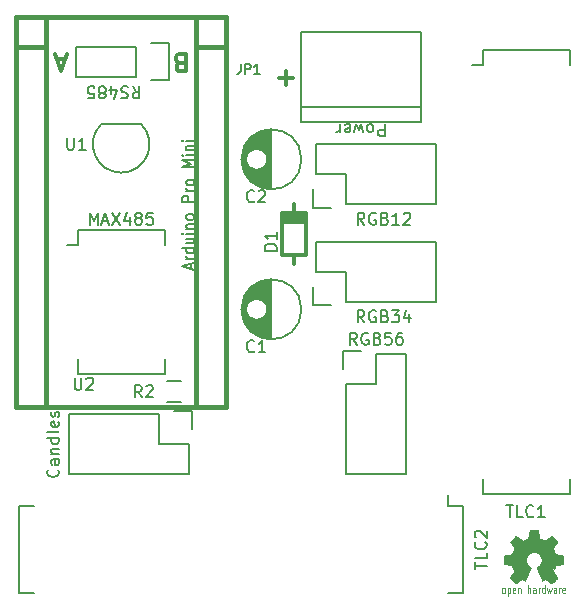
<source format=gto>
G04 #@! TF.FileFunction,Legend,Top*
%FSLAX46Y46*%
G04 Gerber Fmt 4.6, Leading zero omitted, Abs format (unit mm)*
G04 Created by KiCad (PCBNEW 4.0.2-stable) date 4-8-2016 15:28:01*
%MOMM*%
G01*
G04 APERTURE LIST*
%ADD10C,0.100000*%
%ADD11C,0.300000*%
%ADD12C,0.150000*%
%ADD13C,0.381000*%
%ADD14C,0.075000*%
%ADD15C,0.002540*%
%ADD16C,0.304800*%
%ADD17C,0.203200*%
G04 APERTURE END LIST*
D10*
D11*
X74802143Y-82290000D02*
X74087857Y-82290000D01*
X74945000Y-81861429D02*
X74445000Y-83361429D01*
X73945000Y-81861429D01*
X84497857Y-82647143D02*
X84283571Y-82575714D01*
X84212143Y-82504286D01*
X84140714Y-82361429D01*
X84140714Y-82147143D01*
X84212143Y-82004286D01*
X84283571Y-81932857D01*
X84426429Y-81861429D01*
X84997857Y-81861429D01*
X84997857Y-83361429D01*
X84497857Y-83361429D01*
X84355000Y-83290000D01*
X84283571Y-83218571D01*
X84212143Y-83075714D01*
X84212143Y-82932857D01*
X84283571Y-82790000D01*
X84355000Y-82718571D01*
X84497857Y-82647143D01*
X84997857Y-82647143D01*
D12*
X80485238Y-84627619D02*
X80818572Y-85103810D01*
X81056667Y-84627619D02*
X81056667Y-85627619D01*
X80675714Y-85627619D01*
X80580476Y-85580000D01*
X80532857Y-85532381D01*
X80485238Y-85437143D01*
X80485238Y-85294286D01*
X80532857Y-85199048D01*
X80580476Y-85151429D01*
X80675714Y-85103810D01*
X81056667Y-85103810D01*
X80104286Y-84675238D02*
X79961429Y-84627619D01*
X79723333Y-84627619D01*
X79628095Y-84675238D01*
X79580476Y-84722857D01*
X79532857Y-84818095D01*
X79532857Y-84913333D01*
X79580476Y-85008571D01*
X79628095Y-85056190D01*
X79723333Y-85103810D01*
X79913810Y-85151429D01*
X80009048Y-85199048D01*
X80056667Y-85246667D01*
X80104286Y-85341905D01*
X80104286Y-85437143D01*
X80056667Y-85532381D01*
X80009048Y-85580000D01*
X79913810Y-85627619D01*
X79675714Y-85627619D01*
X79532857Y-85580000D01*
X78675714Y-85294286D02*
X78675714Y-84627619D01*
X78913810Y-85675238D02*
X79151905Y-84960952D01*
X78532857Y-84960952D01*
X78009048Y-85199048D02*
X78104286Y-85246667D01*
X78151905Y-85294286D01*
X78199524Y-85389524D01*
X78199524Y-85437143D01*
X78151905Y-85532381D01*
X78104286Y-85580000D01*
X78009048Y-85627619D01*
X77818571Y-85627619D01*
X77723333Y-85580000D01*
X77675714Y-85532381D01*
X77628095Y-85437143D01*
X77628095Y-85389524D01*
X77675714Y-85294286D01*
X77723333Y-85246667D01*
X77818571Y-85199048D01*
X78009048Y-85199048D01*
X78104286Y-85151429D01*
X78151905Y-85103810D01*
X78199524Y-85008571D01*
X78199524Y-84818095D01*
X78151905Y-84722857D01*
X78104286Y-84675238D01*
X78009048Y-84627619D01*
X77818571Y-84627619D01*
X77723333Y-84675238D01*
X77675714Y-84722857D01*
X77628095Y-84818095D01*
X77628095Y-85008571D01*
X77675714Y-85103810D01*
X77723333Y-85151429D01*
X77818571Y-85199048D01*
X76723333Y-85627619D02*
X77199524Y-85627619D01*
X77247143Y-85151429D01*
X77199524Y-85199048D01*
X77104286Y-85246667D01*
X76866190Y-85246667D01*
X76770952Y-85199048D01*
X76723333Y-85151429D01*
X76675714Y-85056190D01*
X76675714Y-84818095D01*
X76723333Y-84722857D01*
X76770952Y-84675238D01*
X76866190Y-84627619D01*
X77104286Y-84627619D01*
X77199524Y-84675238D01*
X77247143Y-84722857D01*
D11*
X92923572Y-83917143D02*
X94066429Y-83917143D01*
X93495000Y-84488571D02*
X93495000Y-83345714D01*
D12*
X101821191Y-87802619D02*
X101821191Y-88802619D01*
X101440238Y-88802619D01*
X101345000Y-88755000D01*
X101297381Y-88707381D01*
X101249762Y-88612143D01*
X101249762Y-88469286D01*
X101297381Y-88374048D01*
X101345000Y-88326429D01*
X101440238Y-88278810D01*
X101821191Y-88278810D01*
X100678334Y-87802619D02*
X100773572Y-87850238D01*
X100821191Y-87897857D01*
X100868810Y-87993095D01*
X100868810Y-88278810D01*
X100821191Y-88374048D01*
X100773572Y-88421667D01*
X100678334Y-88469286D01*
X100535476Y-88469286D01*
X100440238Y-88421667D01*
X100392619Y-88374048D01*
X100345000Y-88278810D01*
X100345000Y-87993095D01*
X100392619Y-87897857D01*
X100440238Y-87850238D01*
X100535476Y-87802619D01*
X100678334Y-87802619D01*
X100011667Y-88469286D02*
X99821191Y-87802619D01*
X99630714Y-88278810D01*
X99440238Y-87802619D01*
X99249762Y-88469286D01*
X98487857Y-87850238D02*
X98583095Y-87802619D01*
X98773572Y-87802619D01*
X98868810Y-87850238D01*
X98916429Y-87945476D01*
X98916429Y-88326429D01*
X98868810Y-88421667D01*
X98773572Y-88469286D01*
X98583095Y-88469286D01*
X98487857Y-88421667D01*
X98440238Y-88326429D01*
X98440238Y-88231190D01*
X98916429Y-88135952D01*
X98011667Y-87802619D02*
X98011667Y-88469286D01*
X98011667Y-88278810D02*
X97964048Y-88374048D01*
X97916429Y-88421667D01*
X97821191Y-88469286D01*
X97725952Y-88469286D01*
X92170000Y-105994000D02*
X92170000Y-100996000D01*
X92030000Y-105986000D02*
X92030000Y-101004000D01*
X91890000Y-105970000D02*
X91890000Y-103590000D01*
X91890000Y-103400000D02*
X91890000Y-101020000D01*
X91750000Y-105946000D02*
X91750000Y-103985000D01*
X91750000Y-103005000D02*
X91750000Y-101044000D01*
X91610000Y-105913000D02*
X91610000Y-104152000D01*
X91610000Y-102838000D02*
X91610000Y-101077000D01*
X91470000Y-105872000D02*
X91470000Y-104259000D01*
X91470000Y-102731000D02*
X91470000Y-101118000D01*
X91330000Y-105822000D02*
X91330000Y-104330000D01*
X91330000Y-102660000D02*
X91330000Y-101168000D01*
X91190000Y-105761000D02*
X91190000Y-104374000D01*
X91190000Y-102616000D02*
X91190000Y-101229000D01*
X91050000Y-105691000D02*
X91050000Y-104393000D01*
X91050000Y-102597000D02*
X91050000Y-101299000D01*
X90910000Y-105609000D02*
X90910000Y-104391000D01*
X90910000Y-102599000D02*
X90910000Y-101381000D01*
X90770000Y-105514000D02*
X90770000Y-104366000D01*
X90770000Y-102624000D02*
X90770000Y-101476000D01*
X90630000Y-105403000D02*
X90630000Y-104318000D01*
X90630000Y-102672000D02*
X90630000Y-101587000D01*
X90490000Y-105275000D02*
X90490000Y-104240000D01*
X90490000Y-102750000D02*
X90490000Y-101715000D01*
X90350000Y-105126000D02*
X90350000Y-104123000D01*
X90350000Y-102867000D02*
X90350000Y-101864000D01*
X90210000Y-104947000D02*
X90210000Y-103935000D01*
X90210000Y-103055000D02*
X90210000Y-102043000D01*
X90070000Y-104728000D02*
X90070000Y-102262000D01*
X89930000Y-104439000D02*
X89930000Y-102551000D01*
X89790000Y-103967000D02*
X89790000Y-103023000D01*
X91895000Y-103495000D02*
G75*
G03X91895000Y-103495000I-900000J0D01*
G01*
X94782500Y-103495000D02*
G75*
G03X94782500Y-103495000I-2537500J0D01*
G01*
X92170000Y-93294000D02*
X92170000Y-88296000D01*
X92030000Y-93286000D02*
X92030000Y-88304000D01*
X91890000Y-93270000D02*
X91890000Y-90890000D01*
X91890000Y-90700000D02*
X91890000Y-88320000D01*
X91750000Y-93246000D02*
X91750000Y-91285000D01*
X91750000Y-90305000D02*
X91750000Y-88344000D01*
X91610000Y-93213000D02*
X91610000Y-91452000D01*
X91610000Y-90138000D02*
X91610000Y-88377000D01*
X91470000Y-93172000D02*
X91470000Y-91559000D01*
X91470000Y-90031000D02*
X91470000Y-88418000D01*
X91330000Y-93122000D02*
X91330000Y-91630000D01*
X91330000Y-89960000D02*
X91330000Y-88468000D01*
X91190000Y-93061000D02*
X91190000Y-91674000D01*
X91190000Y-89916000D02*
X91190000Y-88529000D01*
X91050000Y-92991000D02*
X91050000Y-91693000D01*
X91050000Y-89897000D02*
X91050000Y-88599000D01*
X90910000Y-92909000D02*
X90910000Y-91691000D01*
X90910000Y-89899000D02*
X90910000Y-88681000D01*
X90770000Y-92814000D02*
X90770000Y-91666000D01*
X90770000Y-89924000D02*
X90770000Y-88776000D01*
X90630000Y-92703000D02*
X90630000Y-91618000D01*
X90630000Y-89972000D02*
X90630000Y-88887000D01*
X90490000Y-92575000D02*
X90490000Y-91540000D01*
X90490000Y-90050000D02*
X90490000Y-89015000D01*
X90350000Y-92426000D02*
X90350000Y-91423000D01*
X90350000Y-90167000D02*
X90350000Y-89164000D01*
X90210000Y-92247000D02*
X90210000Y-91235000D01*
X90210000Y-90355000D02*
X90210000Y-89343000D01*
X90070000Y-92028000D02*
X90070000Y-89562000D01*
X89930000Y-91739000D02*
X89930000Y-89851000D01*
X89790000Y-91267000D02*
X89790000Y-90323000D01*
X91895000Y-90795000D02*
G75*
G03X91895000Y-90795000I-900000J0D01*
G01*
X94782500Y-90795000D02*
G75*
G03X94782500Y-90795000I-2537500J0D01*
G01*
D13*
X85875000Y-78730000D02*
X85875000Y-111750000D01*
X88415000Y-78730000D02*
X88415000Y-111750000D01*
X70635000Y-111750000D02*
X70635000Y-78730000D01*
X73175000Y-78730000D02*
X73175000Y-111750000D01*
X70635000Y-111750000D02*
X88415000Y-111750000D01*
X70635000Y-78730000D02*
X88415000Y-78730000D01*
X88415000Y-81270000D02*
X85875000Y-81270000D01*
X70635000Y-81270000D02*
X73175000Y-81270000D01*
D12*
X98575000Y-94605000D02*
X106195000Y-94605000D01*
X106195000Y-94605000D02*
X106195000Y-89525000D01*
X106195000Y-89525000D02*
X96035000Y-89525000D01*
X96035000Y-89525000D02*
X96035000Y-92065000D01*
X95755000Y-93335000D02*
X95755000Y-94885000D01*
X96035000Y-92065000D02*
X98575000Y-92065000D01*
X98575000Y-92065000D02*
X98575000Y-94605000D01*
X95755000Y-94885000D02*
X97305000Y-94885000D01*
X104925000Y-86350000D02*
X94765000Y-86350000D01*
X104925000Y-87620000D02*
X104925000Y-80000000D01*
X104925000Y-80000000D02*
X94765000Y-80000000D01*
X94765000Y-80000000D02*
X94765000Y-87620000D01*
X94765000Y-87620000D02*
X104925000Y-87620000D01*
X98575000Y-102860000D02*
X106195000Y-102860000D01*
X106195000Y-102860000D02*
X106195000Y-97780000D01*
X106195000Y-97780000D02*
X96035000Y-97780000D01*
X96035000Y-97780000D02*
X96035000Y-100320000D01*
X95755000Y-101590000D02*
X95755000Y-103140000D01*
X96035000Y-100320000D02*
X98575000Y-100320000D01*
X98575000Y-100320000D02*
X98575000Y-102860000D01*
X95755000Y-103140000D02*
X97305000Y-103140000D01*
X80795000Y-81270000D02*
X75715000Y-81270000D01*
X75715000Y-81270000D02*
X75715000Y-83810000D01*
X75715000Y-83810000D02*
X80795000Y-83810000D01*
X83615000Y-84090000D02*
X82065000Y-84090000D01*
X80795000Y-83810000D02*
X80795000Y-81270000D01*
X82065000Y-80990000D02*
X83615000Y-80990000D01*
X83615000Y-80990000D02*
X83615000Y-84090000D01*
X98575000Y-109845000D02*
X98575000Y-117465000D01*
X98575000Y-117465000D02*
X103655000Y-117465000D01*
X103655000Y-117465000D02*
X103655000Y-107305000D01*
X103655000Y-107305000D02*
X101115000Y-107305000D01*
X99845000Y-107025000D02*
X98295000Y-107025000D01*
X101115000Y-107305000D02*
X101115000Y-109845000D01*
X101115000Y-109845000D02*
X98575000Y-109845000D01*
X98295000Y-107025000D02*
X98295000Y-108575000D01*
X82700000Y-112385000D02*
X75080000Y-112385000D01*
X75080000Y-112385000D02*
X75080000Y-117465000D01*
X75080000Y-117465000D02*
X85240000Y-117465000D01*
X85240000Y-117465000D02*
X85240000Y-114925000D01*
X85520000Y-113655000D02*
X85520000Y-112105000D01*
X85240000Y-114925000D02*
X82700000Y-114925000D01*
X82700000Y-114925000D02*
X82700000Y-112385000D01*
X85520000Y-112105000D02*
X83970000Y-112105000D01*
X81225000Y-87825000D02*
X77825000Y-87825000D01*
X81222056Y-87827944D02*
G75*
G02X79525000Y-91925000I-1697056J-1697056D01*
G01*
X77827944Y-87827944D02*
G75*
G03X79525000Y-91925000I1697056J-1697056D01*
G01*
X75850000Y-96755000D02*
X75850000Y-98025000D01*
X83200000Y-96755000D02*
X83200000Y-98025000D01*
X83200000Y-108965000D02*
X83200000Y-107695000D01*
X75850000Y-108965000D02*
X75850000Y-107695000D01*
X75850000Y-96755000D02*
X83200000Y-96755000D01*
X75850000Y-108965000D02*
X83200000Y-108965000D01*
X75850000Y-98025000D02*
X74915000Y-98025000D01*
X84570000Y-111355000D02*
X83370000Y-111355000D01*
X83370000Y-109605000D02*
X84570000Y-109605000D01*
X110140000Y-81515000D02*
X110140000Y-82785000D01*
X117490000Y-81515000D02*
X117490000Y-82785000D01*
X117490000Y-119125000D02*
X117490000Y-117855000D01*
X110140000Y-119125000D02*
X110140000Y-117855000D01*
X110140000Y-81515000D02*
X117490000Y-81515000D01*
X110140000Y-119125000D02*
X117490000Y-119125000D01*
X110140000Y-82785000D02*
X109205000Y-82785000D01*
X108490000Y-120140000D02*
X107220000Y-120140000D01*
X108490000Y-127490000D02*
X107220000Y-127490000D01*
X70880000Y-127490000D02*
X72150000Y-127490000D01*
X70880000Y-120140000D02*
X72150000Y-120140000D01*
X108490000Y-120140000D02*
X108490000Y-127490000D01*
X70880000Y-120140000D02*
X70880000Y-127490000D01*
X107220000Y-120140000D02*
X107220000Y-119205000D01*
D14*
X116610000Y-127070000D02*
X116610000Y-127530000D01*
X116700000Y-127070000D02*
X116750000Y-127070000D01*
X116650000Y-127100000D02*
X116700000Y-127070000D01*
X116630000Y-127120000D02*
X116650000Y-127100000D01*
X116610000Y-127190000D02*
X116630000Y-127120000D01*
X117050000Y-127530000D02*
X117100000Y-127500000D01*
X116950000Y-127530000D02*
X117050000Y-127530000D01*
X116910000Y-127500000D02*
X116950000Y-127530000D01*
X116890000Y-127430000D02*
X116910000Y-127500000D01*
X116890000Y-127160000D02*
X116890000Y-127430000D01*
X116920000Y-127100000D02*
X116890000Y-127160000D01*
X116960000Y-127070000D02*
X116920000Y-127100000D01*
X117060000Y-127070000D02*
X116960000Y-127070000D01*
X117100000Y-127110000D02*
X117060000Y-127070000D01*
X117120000Y-127180000D02*
X117100000Y-127110000D01*
X117120000Y-127300000D02*
X117120000Y-127180000D01*
X117120000Y-127300000D02*
X116890000Y-127300000D01*
X116370000Y-127160000D02*
X116370000Y-127530000D01*
X116340000Y-127100000D02*
X116370000Y-127160000D01*
X116300000Y-127070000D02*
X116340000Y-127100000D01*
X116200000Y-127070000D02*
X116300000Y-127070000D01*
X116150000Y-127100000D02*
X116200000Y-127070000D01*
X116210000Y-127260000D02*
X116160000Y-127290000D01*
X116330000Y-127260000D02*
X116210000Y-127260000D01*
X116370000Y-127230000D02*
X116330000Y-127260000D01*
X116320000Y-127530000D02*
X116370000Y-127490000D01*
X116200000Y-127530000D02*
X116320000Y-127530000D01*
X116150000Y-127490000D02*
X116200000Y-127530000D01*
X116130000Y-127430000D02*
X116150000Y-127490000D01*
X116130000Y-127360000D02*
X116130000Y-127430000D01*
X116160000Y-127290000D02*
X116130000Y-127360000D01*
X115580000Y-127070000D02*
X115680000Y-127530000D01*
X115680000Y-127530000D02*
X115770000Y-127190000D01*
X115770000Y-127190000D02*
X115870000Y-127530000D01*
X115870000Y-127530000D02*
X115970000Y-127070000D01*
X115390000Y-127500000D02*
X115350000Y-127530000D01*
X115350000Y-127530000D02*
X115240000Y-127530000D01*
X115240000Y-127530000D02*
X115200000Y-127500000D01*
X115200000Y-127500000D02*
X115180000Y-127470000D01*
X115180000Y-127470000D02*
X115150000Y-127400000D01*
X115150000Y-127400000D02*
X115150000Y-127200000D01*
X115150000Y-127200000D02*
X115180000Y-127130000D01*
X115180000Y-127130000D02*
X115200000Y-127100000D01*
X115200000Y-127100000D02*
X115260000Y-127060000D01*
X115260000Y-127060000D02*
X115330000Y-127060000D01*
X115330000Y-127060000D02*
X115390000Y-127100000D01*
X115390000Y-126830000D02*
X115390000Y-127530000D01*
X114870000Y-127190000D02*
X114890000Y-127120000D01*
X114890000Y-127120000D02*
X114910000Y-127100000D01*
X114910000Y-127100000D02*
X114960000Y-127070000D01*
X114960000Y-127070000D02*
X115010000Y-127070000D01*
X114870000Y-127070000D02*
X114870000Y-127530000D01*
X114420000Y-127290000D02*
X114390000Y-127360000D01*
X114390000Y-127360000D02*
X114390000Y-127430000D01*
X114390000Y-127430000D02*
X114410000Y-127490000D01*
X114410000Y-127490000D02*
X114460000Y-127530000D01*
X114460000Y-127530000D02*
X114580000Y-127530000D01*
X114580000Y-127530000D02*
X114630000Y-127490000D01*
X114630000Y-127230000D02*
X114590000Y-127260000D01*
X114590000Y-127260000D02*
X114470000Y-127260000D01*
X114470000Y-127260000D02*
X114420000Y-127290000D01*
X114410000Y-127100000D02*
X114460000Y-127070000D01*
X114460000Y-127070000D02*
X114560000Y-127070000D01*
X114560000Y-127070000D02*
X114600000Y-127100000D01*
X114600000Y-127100000D02*
X114630000Y-127160000D01*
X114630000Y-127160000D02*
X114630000Y-127530000D01*
X113960000Y-127140000D02*
X113980000Y-127100000D01*
X113980000Y-127100000D02*
X114030000Y-127070000D01*
X114030000Y-127070000D02*
X114110000Y-127070000D01*
X114110000Y-127070000D02*
X114150000Y-127100000D01*
X114150000Y-127100000D02*
X114170000Y-127160000D01*
X114170000Y-127160000D02*
X114170000Y-127530000D01*
X113960000Y-126830000D02*
X113960000Y-127530000D01*
X112910000Y-127300000D02*
X112680000Y-127300000D01*
X113130000Y-127130000D02*
X113150000Y-127100000D01*
X113150000Y-127100000D02*
X113190000Y-127070000D01*
X113190000Y-127070000D02*
X113280000Y-127070000D01*
X113280000Y-127070000D02*
X113320000Y-127100000D01*
X113320000Y-127100000D02*
X113340000Y-127160000D01*
X113340000Y-127160000D02*
X113340000Y-127530000D01*
X113130000Y-127070000D02*
X113130000Y-127530000D01*
X112910000Y-127300000D02*
X112910000Y-127180000D01*
X112910000Y-127180000D02*
X112890000Y-127110000D01*
X112890000Y-127110000D02*
X112850000Y-127070000D01*
X112850000Y-127070000D02*
X112750000Y-127070000D01*
X112750000Y-127070000D02*
X112710000Y-127100000D01*
X112710000Y-127100000D02*
X112680000Y-127160000D01*
X112680000Y-127160000D02*
X112680000Y-127430000D01*
X112680000Y-127430000D02*
X112700000Y-127500000D01*
X112700000Y-127500000D02*
X112740000Y-127530000D01*
X112740000Y-127530000D02*
X112840000Y-127530000D01*
X112840000Y-127530000D02*
X112890000Y-127500000D01*
X112250000Y-127100000D02*
X112290000Y-127070000D01*
X112290000Y-127070000D02*
X112390000Y-127070000D01*
X112390000Y-127070000D02*
X112430000Y-127100000D01*
X112430000Y-127100000D02*
X112460000Y-127130000D01*
X112460000Y-127130000D02*
X112480000Y-127190000D01*
X112480000Y-127190000D02*
X112480000Y-127410000D01*
X112480000Y-127410000D02*
X112460000Y-127470000D01*
X112460000Y-127470000D02*
X112440000Y-127500000D01*
X112440000Y-127500000D02*
X112400000Y-127530000D01*
X112400000Y-127530000D02*
X112300000Y-127530000D01*
X112300000Y-127530000D02*
X112250000Y-127500000D01*
X112250000Y-127770000D02*
X112250000Y-127070000D01*
X111940000Y-127070000D02*
X111860000Y-127070000D01*
X111860000Y-127070000D02*
X111820000Y-127100000D01*
X111820000Y-127100000D02*
X111800000Y-127130000D01*
X111800000Y-127130000D02*
X111770000Y-127200000D01*
X111860000Y-127530000D02*
X111940000Y-127530000D01*
X111940000Y-127530000D02*
X111990000Y-127500000D01*
X111990000Y-127500000D02*
X112010000Y-127470000D01*
X112010000Y-127470000D02*
X112030000Y-127400000D01*
X112030000Y-127400000D02*
X112030000Y-127200000D01*
X112030000Y-127200000D02*
X112010000Y-127140000D01*
X112010000Y-127140000D02*
X111990000Y-127110000D01*
X111990000Y-127110000D02*
X111940000Y-127070000D01*
X111770000Y-127200000D02*
X111770000Y-127400000D01*
X111770000Y-127400000D02*
X111790000Y-127460000D01*
X111790000Y-127460000D02*
X111810000Y-127490000D01*
X111810000Y-127490000D02*
X111860000Y-127530000D01*
D15*
G36*
X112936160Y-126695360D02*
X112961560Y-126680120D01*
X113019980Y-126644560D01*
X113103800Y-126588680D01*
X113202860Y-126522640D01*
X113301920Y-126456600D01*
X113383200Y-126403260D01*
X113439080Y-126365160D01*
X113464480Y-126352460D01*
X113477180Y-126357540D01*
X113522900Y-126380400D01*
X113591480Y-126415960D01*
X113632120Y-126436280D01*
X113693080Y-126461680D01*
X113726100Y-126469300D01*
X113731180Y-126459140D01*
X113754040Y-126410880D01*
X113789600Y-126329600D01*
X113835320Y-126220380D01*
X113891200Y-126093380D01*
X113947080Y-125958760D01*
X114005500Y-125819060D01*
X114061380Y-125684440D01*
X114109640Y-125565060D01*
X114150280Y-125468540D01*
X114175680Y-125399960D01*
X114185840Y-125372020D01*
X114183300Y-125364400D01*
X114150280Y-125333920D01*
X114096940Y-125293280D01*
X113977560Y-125196760D01*
X113860720Y-125051980D01*
X113789600Y-124886880D01*
X113766740Y-124701460D01*
X113787060Y-124531280D01*
X113853100Y-124368720D01*
X113967400Y-124221400D01*
X114107100Y-124112180D01*
X114269660Y-124043600D01*
X114450000Y-124020740D01*
X114622720Y-124041060D01*
X114790360Y-124107100D01*
X114937680Y-124218860D01*
X115001180Y-124289980D01*
X115087540Y-124439840D01*
X115135800Y-124597320D01*
X115140880Y-124637960D01*
X115133260Y-124813220D01*
X115082460Y-124983400D01*
X114988480Y-125133260D01*
X114858940Y-125257720D01*
X114843700Y-125267880D01*
X114785280Y-125313600D01*
X114744640Y-125344080D01*
X114714160Y-125369480D01*
X114937680Y-125907960D01*
X114973240Y-125991780D01*
X115034200Y-126139100D01*
X115087540Y-126266100D01*
X115130720Y-126367700D01*
X115161200Y-126433740D01*
X115173900Y-126461680D01*
X115173900Y-126464220D01*
X115194220Y-126466760D01*
X115234860Y-126451520D01*
X115311060Y-126415960D01*
X115359320Y-126390560D01*
X115417740Y-126362620D01*
X115443140Y-126352460D01*
X115466000Y-126365160D01*
X115519340Y-126400720D01*
X115600620Y-126454060D01*
X115697140Y-126517560D01*
X115788580Y-126581060D01*
X115872400Y-126636940D01*
X115933360Y-126675040D01*
X115963840Y-126692820D01*
X115968920Y-126692820D01*
X115994320Y-126677580D01*
X116042580Y-126636940D01*
X116116240Y-126568360D01*
X116220380Y-126464220D01*
X116235620Y-126448980D01*
X116321980Y-126362620D01*
X116390560Y-126288960D01*
X116436280Y-126238160D01*
X116454060Y-126215300D01*
X116454060Y-126215300D01*
X116438820Y-126184820D01*
X116400720Y-126123860D01*
X116344840Y-126037500D01*
X116276260Y-125938440D01*
X116098460Y-125679360D01*
X116194980Y-125435520D01*
X116225460Y-125359320D01*
X116263560Y-125270420D01*
X116291500Y-125204380D01*
X116306740Y-125176440D01*
X116332140Y-125166280D01*
X116400720Y-125151040D01*
X116497240Y-125130720D01*
X116611540Y-125110400D01*
X116723300Y-125090080D01*
X116822360Y-125069760D01*
X116893480Y-125057060D01*
X116926500Y-125049440D01*
X116934120Y-125044360D01*
X116941740Y-125029120D01*
X116944280Y-124996100D01*
X116946820Y-124935140D01*
X116949360Y-124841160D01*
X116949360Y-124701460D01*
X116949360Y-124686220D01*
X116946820Y-124556680D01*
X116944280Y-124450000D01*
X116941740Y-124383960D01*
X116936660Y-124356020D01*
X116936660Y-124356020D01*
X116906180Y-124348400D01*
X116835060Y-124333160D01*
X116736000Y-124315380D01*
X116616620Y-124292520D01*
X116609000Y-124289980D01*
X116492160Y-124267120D01*
X116393100Y-124246800D01*
X116321980Y-124231560D01*
X116294040Y-124221400D01*
X116286420Y-124213780D01*
X116263560Y-124168060D01*
X116230540Y-124094400D01*
X116189900Y-124005500D01*
X116151800Y-123911520D01*
X116118780Y-123827700D01*
X116095920Y-123766740D01*
X116088300Y-123738800D01*
X116090840Y-123736260D01*
X116108620Y-123708320D01*
X116149260Y-123647360D01*
X116205140Y-123563540D01*
X116273720Y-123461940D01*
X116278800Y-123454320D01*
X116347380Y-123355260D01*
X116403260Y-123268900D01*
X116438820Y-123210480D01*
X116454060Y-123182540D01*
X116454060Y-123180000D01*
X116431200Y-123149520D01*
X116380400Y-123093640D01*
X116306740Y-123017440D01*
X116220380Y-122928540D01*
X116192440Y-122903140D01*
X116093380Y-122806620D01*
X116027340Y-122745660D01*
X115984160Y-122712640D01*
X115963840Y-122705020D01*
X115963840Y-122705020D01*
X115933360Y-122722800D01*
X115869860Y-122763440D01*
X115786040Y-122821860D01*
X115684440Y-122890440D01*
X115676820Y-122895520D01*
X115577760Y-122964100D01*
X115493940Y-123019980D01*
X115435520Y-123060620D01*
X115407580Y-123075860D01*
X115405040Y-123075860D01*
X115364400Y-123063160D01*
X115293280Y-123037760D01*
X115204380Y-123004740D01*
X115112940Y-122966640D01*
X115029120Y-122931080D01*
X114965620Y-122903140D01*
X114935140Y-122885360D01*
X114935140Y-122885360D01*
X114924980Y-122849800D01*
X114907200Y-122773600D01*
X114886880Y-122672000D01*
X114861480Y-122550080D01*
X114858940Y-122529760D01*
X114836080Y-122410380D01*
X114818300Y-122311320D01*
X114803060Y-122242740D01*
X114795440Y-122214800D01*
X114780200Y-122212260D01*
X114721780Y-122207180D01*
X114632880Y-122204640D01*
X114523660Y-122204640D01*
X114411900Y-122204640D01*
X114302680Y-122207180D01*
X114208700Y-122209720D01*
X114140120Y-122214800D01*
X114112180Y-122219880D01*
X114112180Y-122222420D01*
X114102020Y-122260520D01*
X114084240Y-122334180D01*
X114063920Y-122438320D01*
X114041060Y-122560240D01*
X114035980Y-122583100D01*
X114013120Y-122699940D01*
X113992800Y-122799000D01*
X113980100Y-122865040D01*
X113972480Y-122892980D01*
X113959780Y-122898060D01*
X113911520Y-122918380D01*
X113832780Y-122951400D01*
X113733720Y-122992040D01*
X113505120Y-123083480D01*
X113223180Y-122892980D01*
X113197780Y-122875200D01*
X113096180Y-122806620D01*
X113014900Y-122750740D01*
X112956480Y-122712640D01*
X112933620Y-122699940D01*
X112931080Y-122699940D01*
X112903140Y-122725340D01*
X112847260Y-122778680D01*
X112771060Y-122852340D01*
X112682160Y-122938700D01*
X112618660Y-123004740D01*
X112539920Y-123083480D01*
X112491660Y-123136820D01*
X112463720Y-123169840D01*
X112456100Y-123190160D01*
X112458640Y-123205400D01*
X112476420Y-123233340D01*
X112517060Y-123294300D01*
X112575480Y-123380660D01*
X112644060Y-123479720D01*
X112699940Y-123563540D01*
X112760900Y-123657520D01*
X112799000Y-123723560D01*
X112814240Y-123756580D01*
X112809160Y-123769280D01*
X112791380Y-123825160D01*
X112755820Y-123908980D01*
X112715180Y-124008040D01*
X112616120Y-124229020D01*
X112471340Y-124256960D01*
X112382440Y-124274740D01*
X112260520Y-124297600D01*
X112141140Y-124320460D01*
X111958260Y-124356020D01*
X111950640Y-125031660D01*
X111978580Y-125044360D01*
X112006520Y-125051980D01*
X112075100Y-125067220D01*
X112171620Y-125087540D01*
X112288460Y-125107860D01*
X112384980Y-125125640D01*
X112484040Y-125145960D01*
X112555160Y-125158660D01*
X112585640Y-125166280D01*
X112595800Y-125176440D01*
X112618660Y-125224700D01*
X112654220Y-125300900D01*
X112694860Y-125392340D01*
X112732960Y-125486320D01*
X112768520Y-125575220D01*
X112791380Y-125641260D01*
X112801540Y-125674280D01*
X112788840Y-125702220D01*
X112750740Y-125760640D01*
X112697400Y-125841920D01*
X112628820Y-125940980D01*
X112562780Y-126037500D01*
X112504360Y-126121320D01*
X112466260Y-126182280D01*
X112448480Y-126210220D01*
X112458640Y-126228000D01*
X112496740Y-126276260D01*
X112570400Y-126352460D01*
X112682160Y-126461680D01*
X112699940Y-126479460D01*
X112786300Y-126563280D01*
X112859960Y-126631860D01*
X112913300Y-126677580D01*
X112936160Y-126695360D01*
X112936160Y-126695360D01*
G37*
X112936160Y-126695360D02*
X112961560Y-126680120D01*
X113019980Y-126644560D01*
X113103800Y-126588680D01*
X113202860Y-126522640D01*
X113301920Y-126456600D01*
X113383200Y-126403260D01*
X113439080Y-126365160D01*
X113464480Y-126352460D01*
X113477180Y-126357540D01*
X113522900Y-126380400D01*
X113591480Y-126415960D01*
X113632120Y-126436280D01*
X113693080Y-126461680D01*
X113726100Y-126469300D01*
X113731180Y-126459140D01*
X113754040Y-126410880D01*
X113789600Y-126329600D01*
X113835320Y-126220380D01*
X113891200Y-126093380D01*
X113947080Y-125958760D01*
X114005500Y-125819060D01*
X114061380Y-125684440D01*
X114109640Y-125565060D01*
X114150280Y-125468540D01*
X114175680Y-125399960D01*
X114185840Y-125372020D01*
X114183300Y-125364400D01*
X114150280Y-125333920D01*
X114096940Y-125293280D01*
X113977560Y-125196760D01*
X113860720Y-125051980D01*
X113789600Y-124886880D01*
X113766740Y-124701460D01*
X113787060Y-124531280D01*
X113853100Y-124368720D01*
X113967400Y-124221400D01*
X114107100Y-124112180D01*
X114269660Y-124043600D01*
X114450000Y-124020740D01*
X114622720Y-124041060D01*
X114790360Y-124107100D01*
X114937680Y-124218860D01*
X115001180Y-124289980D01*
X115087540Y-124439840D01*
X115135800Y-124597320D01*
X115140880Y-124637960D01*
X115133260Y-124813220D01*
X115082460Y-124983400D01*
X114988480Y-125133260D01*
X114858940Y-125257720D01*
X114843700Y-125267880D01*
X114785280Y-125313600D01*
X114744640Y-125344080D01*
X114714160Y-125369480D01*
X114937680Y-125907960D01*
X114973240Y-125991780D01*
X115034200Y-126139100D01*
X115087540Y-126266100D01*
X115130720Y-126367700D01*
X115161200Y-126433740D01*
X115173900Y-126461680D01*
X115173900Y-126464220D01*
X115194220Y-126466760D01*
X115234860Y-126451520D01*
X115311060Y-126415960D01*
X115359320Y-126390560D01*
X115417740Y-126362620D01*
X115443140Y-126352460D01*
X115466000Y-126365160D01*
X115519340Y-126400720D01*
X115600620Y-126454060D01*
X115697140Y-126517560D01*
X115788580Y-126581060D01*
X115872400Y-126636940D01*
X115933360Y-126675040D01*
X115963840Y-126692820D01*
X115968920Y-126692820D01*
X115994320Y-126677580D01*
X116042580Y-126636940D01*
X116116240Y-126568360D01*
X116220380Y-126464220D01*
X116235620Y-126448980D01*
X116321980Y-126362620D01*
X116390560Y-126288960D01*
X116436280Y-126238160D01*
X116454060Y-126215300D01*
X116454060Y-126215300D01*
X116438820Y-126184820D01*
X116400720Y-126123860D01*
X116344840Y-126037500D01*
X116276260Y-125938440D01*
X116098460Y-125679360D01*
X116194980Y-125435520D01*
X116225460Y-125359320D01*
X116263560Y-125270420D01*
X116291500Y-125204380D01*
X116306740Y-125176440D01*
X116332140Y-125166280D01*
X116400720Y-125151040D01*
X116497240Y-125130720D01*
X116611540Y-125110400D01*
X116723300Y-125090080D01*
X116822360Y-125069760D01*
X116893480Y-125057060D01*
X116926500Y-125049440D01*
X116934120Y-125044360D01*
X116941740Y-125029120D01*
X116944280Y-124996100D01*
X116946820Y-124935140D01*
X116949360Y-124841160D01*
X116949360Y-124701460D01*
X116949360Y-124686220D01*
X116946820Y-124556680D01*
X116944280Y-124450000D01*
X116941740Y-124383960D01*
X116936660Y-124356020D01*
X116936660Y-124356020D01*
X116906180Y-124348400D01*
X116835060Y-124333160D01*
X116736000Y-124315380D01*
X116616620Y-124292520D01*
X116609000Y-124289980D01*
X116492160Y-124267120D01*
X116393100Y-124246800D01*
X116321980Y-124231560D01*
X116294040Y-124221400D01*
X116286420Y-124213780D01*
X116263560Y-124168060D01*
X116230540Y-124094400D01*
X116189900Y-124005500D01*
X116151800Y-123911520D01*
X116118780Y-123827700D01*
X116095920Y-123766740D01*
X116088300Y-123738800D01*
X116090840Y-123736260D01*
X116108620Y-123708320D01*
X116149260Y-123647360D01*
X116205140Y-123563540D01*
X116273720Y-123461940D01*
X116278800Y-123454320D01*
X116347380Y-123355260D01*
X116403260Y-123268900D01*
X116438820Y-123210480D01*
X116454060Y-123182540D01*
X116454060Y-123180000D01*
X116431200Y-123149520D01*
X116380400Y-123093640D01*
X116306740Y-123017440D01*
X116220380Y-122928540D01*
X116192440Y-122903140D01*
X116093380Y-122806620D01*
X116027340Y-122745660D01*
X115984160Y-122712640D01*
X115963840Y-122705020D01*
X115963840Y-122705020D01*
X115933360Y-122722800D01*
X115869860Y-122763440D01*
X115786040Y-122821860D01*
X115684440Y-122890440D01*
X115676820Y-122895520D01*
X115577760Y-122964100D01*
X115493940Y-123019980D01*
X115435520Y-123060620D01*
X115407580Y-123075860D01*
X115405040Y-123075860D01*
X115364400Y-123063160D01*
X115293280Y-123037760D01*
X115204380Y-123004740D01*
X115112940Y-122966640D01*
X115029120Y-122931080D01*
X114965620Y-122903140D01*
X114935140Y-122885360D01*
X114935140Y-122885360D01*
X114924980Y-122849800D01*
X114907200Y-122773600D01*
X114886880Y-122672000D01*
X114861480Y-122550080D01*
X114858940Y-122529760D01*
X114836080Y-122410380D01*
X114818300Y-122311320D01*
X114803060Y-122242740D01*
X114795440Y-122214800D01*
X114780200Y-122212260D01*
X114721780Y-122207180D01*
X114632880Y-122204640D01*
X114523660Y-122204640D01*
X114411900Y-122204640D01*
X114302680Y-122207180D01*
X114208700Y-122209720D01*
X114140120Y-122214800D01*
X114112180Y-122219880D01*
X114112180Y-122222420D01*
X114102020Y-122260520D01*
X114084240Y-122334180D01*
X114063920Y-122438320D01*
X114041060Y-122560240D01*
X114035980Y-122583100D01*
X114013120Y-122699940D01*
X113992800Y-122799000D01*
X113980100Y-122865040D01*
X113972480Y-122892980D01*
X113959780Y-122898060D01*
X113911520Y-122918380D01*
X113832780Y-122951400D01*
X113733720Y-122992040D01*
X113505120Y-123083480D01*
X113223180Y-122892980D01*
X113197780Y-122875200D01*
X113096180Y-122806620D01*
X113014900Y-122750740D01*
X112956480Y-122712640D01*
X112933620Y-122699940D01*
X112931080Y-122699940D01*
X112903140Y-122725340D01*
X112847260Y-122778680D01*
X112771060Y-122852340D01*
X112682160Y-122938700D01*
X112618660Y-123004740D01*
X112539920Y-123083480D01*
X112491660Y-123136820D01*
X112463720Y-123169840D01*
X112456100Y-123190160D01*
X112458640Y-123205400D01*
X112476420Y-123233340D01*
X112517060Y-123294300D01*
X112575480Y-123380660D01*
X112644060Y-123479720D01*
X112699940Y-123563540D01*
X112760900Y-123657520D01*
X112799000Y-123723560D01*
X112814240Y-123756580D01*
X112809160Y-123769280D01*
X112791380Y-123825160D01*
X112755820Y-123908980D01*
X112715180Y-124008040D01*
X112616120Y-124229020D01*
X112471340Y-124256960D01*
X112382440Y-124274740D01*
X112260520Y-124297600D01*
X112141140Y-124320460D01*
X111958260Y-124356020D01*
X111950640Y-125031660D01*
X111978580Y-125044360D01*
X112006520Y-125051980D01*
X112075100Y-125067220D01*
X112171620Y-125087540D01*
X112288460Y-125107860D01*
X112384980Y-125125640D01*
X112484040Y-125145960D01*
X112555160Y-125158660D01*
X112585640Y-125166280D01*
X112595800Y-125176440D01*
X112618660Y-125224700D01*
X112654220Y-125300900D01*
X112694860Y-125392340D01*
X112732960Y-125486320D01*
X112768520Y-125575220D01*
X112791380Y-125641260D01*
X112801540Y-125674280D01*
X112788840Y-125702220D01*
X112750740Y-125760640D01*
X112697400Y-125841920D01*
X112628820Y-125940980D01*
X112562780Y-126037500D01*
X112504360Y-126121320D01*
X112466260Y-126182280D01*
X112448480Y-126210220D01*
X112458640Y-126228000D01*
X112496740Y-126276260D01*
X112570400Y-126352460D01*
X112682160Y-126461680D01*
X112699940Y-126479460D01*
X112786300Y-126563280D01*
X112859960Y-126631860D01*
X112913300Y-126677580D01*
X112936160Y-126695360D01*
D16*
X93114000Y-95621000D02*
X95146000Y-95621000D01*
X94130000Y-94605000D02*
X94130000Y-95367000D01*
X94130000Y-95367000D02*
X93114000Y-95367000D01*
X93114000Y-95367000D02*
X93114000Y-98923000D01*
X93114000Y-98923000D02*
X94130000Y-98923000D01*
X94130000Y-98923000D02*
X94130000Y-99685000D01*
X94130000Y-98923000D02*
X95146000Y-98923000D01*
X95146000Y-98923000D02*
X95146000Y-95367000D01*
X95146000Y-95367000D02*
X94130000Y-95367000D01*
X93114000Y-95875000D02*
X95146000Y-95875000D01*
X95146000Y-96129000D02*
X93114000Y-96129000D01*
D12*
X90788334Y-107027143D02*
X90740715Y-107074762D01*
X90597858Y-107122381D01*
X90502620Y-107122381D01*
X90359762Y-107074762D01*
X90264524Y-106979524D01*
X90216905Y-106884286D01*
X90169286Y-106693810D01*
X90169286Y-106550952D01*
X90216905Y-106360476D01*
X90264524Y-106265238D01*
X90359762Y-106170000D01*
X90502620Y-106122381D01*
X90597858Y-106122381D01*
X90740715Y-106170000D01*
X90788334Y-106217619D01*
X91740715Y-107122381D02*
X91169286Y-107122381D01*
X91455000Y-107122381D02*
X91455000Y-106122381D01*
X91359762Y-106265238D01*
X91264524Y-106360476D01*
X91169286Y-106408095D01*
X90788334Y-94327143D02*
X90740715Y-94374762D01*
X90597858Y-94422381D01*
X90502620Y-94422381D01*
X90359762Y-94374762D01*
X90264524Y-94279524D01*
X90216905Y-94184286D01*
X90169286Y-93993810D01*
X90169286Y-93850952D01*
X90216905Y-93660476D01*
X90264524Y-93565238D01*
X90359762Y-93470000D01*
X90502620Y-93422381D01*
X90597858Y-93422381D01*
X90740715Y-93470000D01*
X90788334Y-93517619D01*
X91169286Y-93517619D02*
X91216905Y-93470000D01*
X91312143Y-93422381D01*
X91550239Y-93422381D01*
X91645477Y-93470000D01*
X91693096Y-93517619D01*
X91740715Y-93612857D01*
X91740715Y-93708095D01*
X91693096Y-93850952D01*
X91121667Y-94422381D01*
X91740715Y-94422381D01*
D17*
X85409333Y-100044831D02*
X85409333Y-99621497D01*
X85699619Y-100129497D02*
X84683619Y-99833164D01*
X85699619Y-99536831D01*
X85699619Y-99240497D02*
X85022286Y-99240497D01*
X85215810Y-99240497D02*
X85119048Y-99198164D01*
X85070667Y-99155831D01*
X85022286Y-99071164D01*
X85022286Y-98986497D01*
X85699619Y-98309164D02*
X84683619Y-98309164D01*
X85651238Y-98309164D02*
X85699619Y-98393831D01*
X85699619Y-98563164D01*
X85651238Y-98647831D01*
X85602857Y-98690164D01*
X85506095Y-98732498D01*
X85215810Y-98732498D01*
X85119048Y-98690164D01*
X85070667Y-98647831D01*
X85022286Y-98563164D01*
X85022286Y-98393831D01*
X85070667Y-98309164D01*
X85022286Y-97504831D02*
X85699619Y-97504831D01*
X85022286Y-97885831D02*
X85554476Y-97885831D01*
X85651238Y-97843498D01*
X85699619Y-97758831D01*
X85699619Y-97631831D01*
X85651238Y-97547165D01*
X85602857Y-97504831D01*
X85699619Y-97081498D02*
X85022286Y-97081498D01*
X84683619Y-97081498D02*
X84732000Y-97123832D01*
X84780381Y-97081498D01*
X84732000Y-97039165D01*
X84683619Y-97081498D01*
X84780381Y-97081498D01*
X85022286Y-96658165D02*
X85699619Y-96658165D01*
X85119048Y-96658165D02*
X85070667Y-96615832D01*
X85022286Y-96531165D01*
X85022286Y-96404165D01*
X85070667Y-96319499D01*
X85167429Y-96277165D01*
X85699619Y-96277165D01*
X85699619Y-95726832D02*
X85651238Y-95811499D01*
X85602857Y-95853832D01*
X85506095Y-95896166D01*
X85215810Y-95896166D01*
X85119048Y-95853832D01*
X85070667Y-95811499D01*
X85022286Y-95726832D01*
X85022286Y-95599832D01*
X85070667Y-95515166D01*
X85119048Y-95472832D01*
X85215810Y-95430499D01*
X85506095Y-95430499D01*
X85602857Y-95472832D01*
X85651238Y-95515166D01*
X85699619Y-95599832D01*
X85699619Y-95726832D01*
X85699619Y-94372166D02*
X84683619Y-94372166D01*
X84683619Y-94033500D01*
X84732000Y-93948833D01*
X84780381Y-93906500D01*
X84877143Y-93864166D01*
X85022286Y-93864166D01*
X85119048Y-93906500D01*
X85167429Y-93948833D01*
X85215810Y-94033500D01*
X85215810Y-94372166D01*
X85699619Y-93483166D02*
X85022286Y-93483166D01*
X85215810Y-93483166D02*
X85119048Y-93440833D01*
X85070667Y-93398500D01*
X85022286Y-93313833D01*
X85022286Y-93229166D01*
X85699619Y-92805833D02*
X85651238Y-92890500D01*
X85602857Y-92932833D01*
X85506095Y-92975167D01*
X85215810Y-92975167D01*
X85119048Y-92932833D01*
X85070667Y-92890500D01*
X85022286Y-92805833D01*
X85022286Y-92678833D01*
X85070667Y-92594167D01*
X85119048Y-92551833D01*
X85215810Y-92509500D01*
X85506095Y-92509500D01*
X85602857Y-92551833D01*
X85651238Y-92594167D01*
X85699619Y-92678833D01*
X85699619Y-92805833D01*
X85699619Y-91451167D02*
X84683619Y-91451167D01*
X85409333Y-91154834D01*
X84683619Y-90858501D01*
X85699619Y-90858501D01*
X85699619Y-90435167D02*
X85022286Y-90435167D01*
X84683619Y-90435167D02*
X84732000Y-90477501D01*
X84780381Y-90435167D01*
X84732000Y-90392834D01*
X84683619Y-90435167D01*
X84780381Y-90435167D01*
X85022286Y-90011834D02*
X85699619Y-90011834D01*
X85119048Y-90011834D02*
X85070667Y-89969501D01*
X85022286Y-89884834D01*
X85022286Y-89757834D01*
X85070667Y-89673168D01*
X85167429Y-89630834D01*
X85699619Y-89630834D01*
X85699619Y-89207501D02*
X85022286Y-89207501D01*
X84683619Y-89207501D02*
X84732000Y-89249835D01*
X84780381Y-89207501D01*
X84732000Y-89165168D01*
X84683619Y-89207501D01*
X84780381Y-89207501D01*
D12*
X100107143Y-96327381D02*
X99773809Y-95851190D01*
X99535714Y-96327381D02*
X99535714Y-95327381D01*
X99916667Y-95327381D01*
X100011905Y-95375000D01*
X100059524Y-95422619D01*
X100107143Y-95517857D01*
X100107143Y-95660714D01*
X100059524Y-95755952D01*
X100011905Y-95803571D01*
X99916667Y-95851190D01*
X99535714Y-95851190D01*
X101059524Y-95375000D02*
X100964286Y-95327381D01*
X100821429Y-95327381D01*
X100678571Y-95375000D01*
X100583333Y-95470238D01*
X100535714Y-95565476D01*
X100488095Y-95755952D01*
X100488095Y-95898810D01*
X100535714Y-96089286D01*
X100583333Y-96184524D01*
X100678571Y-96279762D01*
X100821429Y-96327381D01*
X100916667Y-96327381D01*
X101059524Y-96279762D01*
X101107143Y-96232143D01*
X101107143Y-95898810D01*
X100916667Y-95898810D01*
X101869048Y-95803571D02*
X102011905Y-95851190D01*
X102059524Y-95898810D01*
X102107143Y-95994048D01*
X102107143Y-96136905D01*
X102059524Y-96232143D01*
X102011905Y-96279762D01*
X101916667Y-96327381D01*
X101535714Y-96327381D01*
X101535714Y-95327381D01*
X101869048Y-95327381D01*
X101964286Y-95375000D01*
X102011905Y-95422619D01*
X102059524Y-95517857D01*
X102059524Y-95613095D01*
X102011905Y-95708333D01*
X101964286Y-95755952D01*
X101869048Y-95803571D01*
X101535714Y-95803571D01*
X103059524Y-96327381D02*
X102488095Y-96327381D01*
X102773809Y-96327381D02*
X102773809Y-95327381D01*
X102678571Y-95470238D01*
X102583333Y-95565476D01*
X102488095Y-95613095D01*
X103440476Y-95422619D02*
X103488095Y-95375000D01*
X103583333Y-95327381D01*
X103821429Y-95327381D01*
X103916667Y-95375000D01*
X103964286Y-95422619D01*
X104011905Y-95517857D01*
X104011905Y-95613095D01*
X103964286Y-95755952D01*
X103392857Y-96327381D01*
X104011905Y-96327381D01*
X100107143Y-104582381D02*
X99773809Y-104106190D01*
X99535714Y-104582381D02*
X99535714Y-103582381D01*
X99916667Y-103582381D01*
X100011905Y-103630000D01*
X100059524Y-103677619D01*
X100107143Y-103772857D01*
X100107143Y-103915714D01*
X100059524Y-104010952D01*
X100011905Y-104058571D01*
X99916667Y-104106190D01*
X99535714Y-104106190D01*
X101059524Y-103630000D02*
X100964286Y-103582381D01*
X100821429Y-103582381D01*
X100678571Y-103630000D01*
X100583333Y-103725238D01*
X100535714Y-103820476D01*
X100488095Y-104010952D01*
X100488095Y-104153810D01*
X100535714Y-104344286D01*
X100583333Y-104439524D01*
X100678571Y-104534762D01*
X100821429Y-104582381D01*
X100916667Y-104582381D01*
X101059524Y-104534762D01*
X101107143Y-104487143D01*
X101107143Y-104153810D01*
X100916667Y-104153810D01*
X101869048Y-104058571D02*
X102011905Y-104106190D01*
X102059524Y-104153810D01*
X102107143Y-104249048D01*
X102107143Y-104391905D01*
X102059524Y-104487143D01*
X102011905Y-104534762D01*
X101916667Y-104582381D01*
X101535714Y-104582381D01*
X101535714Y-103582381D01*
X101869048Y-103582381D01*
X101964286Y-103630000D01*
X102011905Y-103677619D01*
X102059524Y-103772857D01*
X102059524Y-103868095D01*
X102011905Y-103963333D01*
X101964286Y-104010952D01*
X101869048Y-104058571D01*
X101535714Y-104058571D01*
X102440476Y-103582381D02*
X103059524Y-103582381D01*
X102726190Y-103963333D01*
X102869048Y-103963333D01*
X102964286Y-104010952D01*
X103011905Y-104058571D01*
X103059524Y-104153810D01*
X103059524Y-104391905D01*
X103011905Y-104487143D01*
X102964286Y-104534762D01*
X102869048Y-104582381D01*
X102583333Y-104582381D01*
X102488095Y-104534762D01*
X102440476Y-104487143D01*
X103916667Y-103915714D02*
X103916667Y-104582381D01*
X103678571Y-103534762D02*
X103440476Y-104249048D01*
X104059524Y-104249048D01*
X99472143Y-106487381D02*
X99138809Y-106011190D01*
X98900714Y-106487381D02*
X98900714Y-105487381D01*
X99281667Y-105487381D01*
X99376905Y-105535000D01*
X99424524Y-105582619D01*
X99472143Y-105677857D01*
X99472143Y-105820714D01*
X99424524Y-105915952D01*
X99376905Y-105963571D01*
X99281667Y-106011190D01*
X98900714Y-106011190D01*
X100424524Y-105535000D02*
X100329286Y-105487381D01*
X100186429Y-105487381D01*
X100043571Y-105535000D01*
X99948333Y-105630238D01*
X99900714Y-105725476D01*
X99853095Y-105915952D01*
X99853095Y-106058810D01*
X99900714Y-106249286D01*
X99948333Y-106344524D01*
X100043571Y-106439762D01*
X100186429Y-106487381D01*
X100281667Y-106487381D01*
X100424524Y-106439762D01*
X100472143Y-106392143D01*
X100472143Y-106058810D01*
X100281667Y-106058810D01*
X101234048Y-105963571D02*
X101376905Y-106011190D01*
X101424524Y-106058810D01*
X101472143Y-106154048D01*
X101472143Y-106296905D01*
X101424524Y-106392143D01*
X101376905Y-106439762D01*
X101281667Y-106487381D01*
X100900714Y-106487381D01*
X100900714Y-105487381D01*
X101234048Y-105487381D01*
X101329286Y-105535000D01*
X101376905Y-105582619D01*
X101424524Y-105677857D01*
X101424524Y-105773095D01*
X101376905Y-105868333D01*
X101329286Y-105915952D01*
X101234048Y-105963571D01*
X100900714Y-105963571D01*
X102376905Y-105487381D02*
X101900714Y-105487381D01*
X101853095Y-105963571D01*
X101900714Y-105915952D01*
X101995952Y-105868333D01*
X102234048Y-105868333D01*
X102329286Y-105915952D01*
X102376905Y-105963571D01*
X102424524Y-106058810D01*
X102424524Y-106296905D01*
X102376905Y-106392143D01*
X102329286Y-106439762D01*
X102234048Y-106487381D01*
X101995952Y-106487381D01*
X101900714Y-106439762D01*
X101853095Y-106392143D01*
X103281667Y-105487381D02*
X103091190Y-105487381D01*
X102995952Y-105535000D01*
X102948333Y-105582619D01*
X102853095Y-105725476D01*
X102805476Y-105915952D01*
X102805476Y-106296905D01*
X102853095Y-106392143D01*
X102900714Y-106439762D01*
X102995952Y-106487381D01*
X103186429Y-106487381D01*
X103281667Y-106439762D01*
X103329286Y-106392143D01*
X103376905Y-106296905D01*
X103376905Y-106058810D01*
X103329286Y-105963571D01*
X103281667Y-105915952D01*
X103186429Y-105868333D01*
X102995952Y-105868333D01*
X102900714Y-105915952D01*
X102853095Y-105963571D01*
X102805476Y-106058810D01*
X74167143Y-117067857D02*
X74214762Y-117115476D01*
X74262381Y-117258333D01*
X74262381Y-117353571D01*
X74214762Y-117496429D01*
X74119524Y-117591667D01*
X74024286Y-117639286D01*
X73833810Y-117686905D01*
X73690952Y-117686905D01*
X73500476Y-117639286D01*
X73405238Y-117591667D01*
X73310000Y-117496429D01*
X73262381Y-117353571D01*
X73262381Y-117258333D01*
X73310000Y-117115476D01*
X73357619Y-117067857D01*
X74262381Y-116210714D02*
X73738571Y-116210714D01*
X73643333Y-116258333D01*
X73595714Y-116353571D01*
X73595714Y-116544048D01*
X73643333Y-116639286D01*
X74214762Y-116210714D02*
X74262381Y-116305952D01*
X74262381Y-116544048D01*
X74214762Y-116639286D01*
X74119524Y-116686905D01*
X74024286Y-116686905D01*
X73929048Y-116639286D01*
X73881429Y-116544048D01*
X73881429Y-116305952D01*
X73833810Y-116210714D01*
X73595714Y-115734524D02*
X74262381Y-115734524D01*
X73690952Y-115734524D02*
X73643333Y-115686905D01*
X73595714Y-115591667D01*
X73595714Y-115448809D01*
X73643333Y-115353571D01*
X73738571Y-115305952D01*
X74262381Y-115305952D01*
X74262381Y-114401190D02*
X73262381Y-114401190D01*
X74214762Y-114401190D02*
X74262381Y-114496428D01*
X74262381Y-114686905D01*
X74214762Y-114782143D01*
X74167143Y-114829762D01*
X74071905Y-114877381D01*
X73786190Y-114877381D01*
X73690952Y-114829762D01*
X73643333Y-114782143D01*
X73595714Y-114686905D01*
X73595714Y-114496428D01*
X73643333Y-114401190D01*
X74262381Y-113782143D02*
X74214762Y-113877381D01*
X74119524Y-113925000D01*
X73262381Y-113925000D01*
X74214762Y-113020237D02*
X74262381Y-113115475D01*
X74262381Y-113305952D01*
X74214762Y-113401190D01*
X74119524Y-113448809D01*
X73738571Y-113448809D01*
X73643333Y-113401190D01*
X73595714Y-113305952D01*
X73595714Y-113115475D01*
X73643333Y-113020237D01*
X73738571Y-112972618D01*
X73833810Y-112972618D01*
X73929048Y-113448809D01*
X74214762Y-112591666D02*
X74262381Y-112496428D01*
X74262381Y-112305952D01*
X74214762Y-112210713D01*
X74119524Y-112163094D01*
X74071905Y-112163094D01*
X73976667Y-112210713D01*
X73929048Y-112305952D01*
X73929048Y-112448809D01*
X73881429Y-112544047D01*
X73786190Y-112591666D01*
X73738571Y-112591666D01*
X73643333Y-112544047D01*
X73595714Y-112448809D01*
X73595714Y-112305952D01*
X73643333Y-112210713D01*
X74953095Y-88977381D02*
X74953095Y-89786905D01*
X75000714Y-89882143D01*
X75048333Y-89929762D01*
X75143571Y-89977381D01*
X75334048Y-89977381D01*
X75429286Y-89929762D01*
X75476905Y-89882143D01*
X75524524Y-89786905D01*
X75524524Y-88977381D01*
X76524524Y-89977381D02*
X75953095Y-89977381D01*
X76238809Y-89977381D02*
X76238809Y-88977381D01*
X76143571Y-89120238D01*
X76048333Y-89215476D01*
X75953095Y-89263095D01*
X75588095Y-109297381D02*
X75588095Y-110106905D01*
X75635714Y-110202143D01*
X75683333Y-110249762D01*
X75778571Y-110297381D01*
X75969048Y-110297381D01*
X76064286Y-110249762D01*
X76111905Y-110202143D01*
X76159524Y-110106905D01*
X76159524Y-109297381D01*
X76588095Y-109392619D02*
X76635714Y-109345000D01*
X76730952Y-109297381D01*
X76969048Y-109297381D01*
X77064286Y-109345000D01*
X77111905Y-109392619D01*
X77159524Y-109487857D01*
X77159524Y-109583095D01*
X77111905Y-109725952D01*
X76540476Y-110297381D01*
X77159524Y-110297381D01*
X76858333Y-96327381D02*
X76858333Y-95327381D01*
X77191667Y-96041667D01*
X77525000Y-95327381D01*
X77525000Y-96327381D01*
X77953571Y-96041667D02*
X78429762Y-96041667D01*
X77858333Y-96327381D02*
X78191666Y-95327381D01*
X78525000Y-96327381D01*
X78763095Y-95327381D02*
X79429762Y-96327381D01*
X79429762Y-95327381D02*
X78763095Y-96327381D01*
X80239286Y-95660714D02*
X80239286Y-96327381D01*
X80001190Y-95279762D02*
X79763095Y-95994048D01*
X80382143Y-95994048D01*
X80905952Y-95755952D02*
X80810714Y-95708333D01*
X80763095Y-95660714D01*
X80715476Y-95565476D01*
X80715476Y-95517857D01*
X80763095Y-95422619D01*
X80810714Y-95375000D01*
X80905952Y-95327381D01*
X81096429Y-95327381D01*
X81191667Y-95375000D01*
X81239286Y-95422619D01*
X81286905Y-95517857D01*
X81286905Y-95565476D01*
X81239286Y-95660714D01*
X81191667Y-95708333D01*
X81096429Y-95755952D01*
X80905952Y-95755952D01*
X80810714Y-95803571D01*
X80763095Y-95851190D01*
X80715476Y-95946429D01*
X80715476Y-96136905D01*
X80763095Y-96232143D01*
X80810714Y-96279762D01*
X80905952Y-96327381D01*
X81096429Y-96327381D01*
X81191667Y-96279762D01*
X81239286Y-96232143D01*
X81286905Y-96136905D01*
X81286905Y-95946429D01*
X81239286Y-95851190D01*
X81191667Y-95803571D01*
X81096429Y-95755952D01*
X82191667Y-95327381D02*
X81715476Y-95327381D01*
X81667857Y-95803571D01*
X81715476Y-95755952D01*
X81810714Y-95708333D01*
X82048810Y-95708333D01*
X82144048Y-95755952D01*
X82191667Y-95803571D01*
X82239286Y-95898810D01*
X82239286Y-96136905D01*
X82191667Y-96232143D01*
X82144048Y-96279762D01*
X82048810Y-96327381D01*
X81810714Y-96327381D01*
X81715476Y-96279762D01*
X81667857Y-96232143D01*
X81263334Y-110932381D02*
X80930000Y-110456190D01*
X80691905Y-110932381D02*
X80691905Y-109932381D01*
X81072858Y-109932381D01*
X81168096Y-109980000D01*
X81215715Y-110027619D01*
X81263334Y-110122857D01*
X81263334Y-110265714D01*
X81215715Y-110360952D01*
X81168096Y-110408571D01*
X81072858Y-110456190D01*
X80691905Y-110456190D01*
X81644286Y-110027619D02*
X81691905Y-109980000D01*
X81787143Y-109932381D01*
X82025239Y-109932381D01*
X82120477Y-109980000D01*
X82168096Y-110027619D01*
X82215715Y-110122857D01*
X82215715Y-110218095D01*
X82168096Y-110360952D01*
X81596667Y-110932381D01*
X82215715Y-110932381D01*
X112148333Y-120092381D02*
X112719762Y-120092381D01*
X112434047Y-121092381D02*
X112434047Y-120092381D01*
X113529286Y-121092381D02*
X113053095Y-121092381D01*
X113053095Y-120092381D01*
X114434048Y-120997143D02*
X114386429Y-121044762D01*
X114243572Y-121092381D01*
X114148334Y-121092381D01*
X114005476Y-121044762D01*
X113910238Y-120949524D01*
X113862619Y-120854286D01*
X113815000Y-120663810D01*
X113815000Y-120520952D01*
X113862619Y-120330476D01*
X113910238Y-120235238D01*
X114005476Y-120140000D01*
X114148334Y-120092381D01*
X114243572Y-120092381D01*
X114386429Y-120140000D01*
X114434048Y-120187619D01*
X115386429Y-121092381D02*
X114815000Y-121092381D01*
X115100714Y-121092381D02*
X115100714Y-120092381D01*
X115005476Y-120235238D01*
X114910238Y-120330476D01*
X114815000Y-120378095D01*
X109457381Y-125481667D02*
X109457381Y-124910238D01*
X110457381Y-125195953D02*
X109457381Y-125195953D01*
X110457381Y-124100714D02*
X110457381Y-124576905D01*
X109457381Y-124576905D01*
X110362143Y-123195952D02*
X110409762Y-123243571D01*
X110457381Y-123386428D01*
X110457381Y-123481666D01*
X110409762Y-123624524D01*
X110314524Y-123719762D01*
X110219286Y-123767381D01*
X110028810Y-123815000D01*
X109885952Y-123815000D01*
X109695476Y-123767381D01*
X109600238Y-123719762D01*
X109505000Y-123624524D01*
X109457381Y-123481666D01*
X109457381Y-123386428D01*
X109505000Y-123243571D01*
X109552619Y-123195952D01*
X109552619Y-122815000D02*
X109505000Y-122767381D01*
X109457381Y-122672143D01*
X109457381Y-122434047D01*
X109505000Y-122338809D01*
X109552619Y-122291190D01*
X109647857Y-122243571D01*
X109743095Y-122243571D01*
X109885952Y-122291190D01*
X110457381Y-122862619D01*
X110457381Y-122243571D01*
X89653334Y-82736905D02*
X89653334Y-83308333D01*
X89615238Y-83422619D01*
X89539048Y-83498810D01*
X89424762Y-83536905D01*
X89348572Y-83536905D01*
X90034286Y-83536905D02*
X90034286Y-82736905D01*
X90339048Y-82736905D01*
X90415239Y-82775000D01*
X90453334Y-82813095D01*
X90491429Y-82889286D01*
X90491429Y-83003571D01*
X90453334Y-83079762D01*
X90415239Y-83117857D01*
X90339048Y-83155952D01*
X90034286Y-83155952D01*
X91253334Y-83536905D02*
X90796191Y-83536905D01*
X91024762Y-83536905D02*
X91024762Y-82736905D01*
X90948572Y-82851190D01*
X90872381Y-82927381D01*
X90796191Y-82965476D01*
D17*
X92684619Y-98529904D02*
X91668619Y-98529904D01*
X91668619Y-98287999D01*
X91717000Y-98142857D01*
X91813762Y-98046095D01*
X91910524Y-97997714D01*
X92104048Y-97949333D01*
X92249190Y-97949333D01*
X92442714Y-97997714D01*
X92539476Y-98046095D01*
X92636238Y-98142857D01*
X92684619Y-98287999D01*
X92684619Y-98529904D01*
X92684619Y-96981714D02*
X92684619Y-97562285D01*
X92684619Y-97271999D02*
X91668619Y-97271999D01*
X91813762Y-97368761D01*
X91910524Y-97465523D01*
X91958905Y-97562285D01*
M02*

</source>
